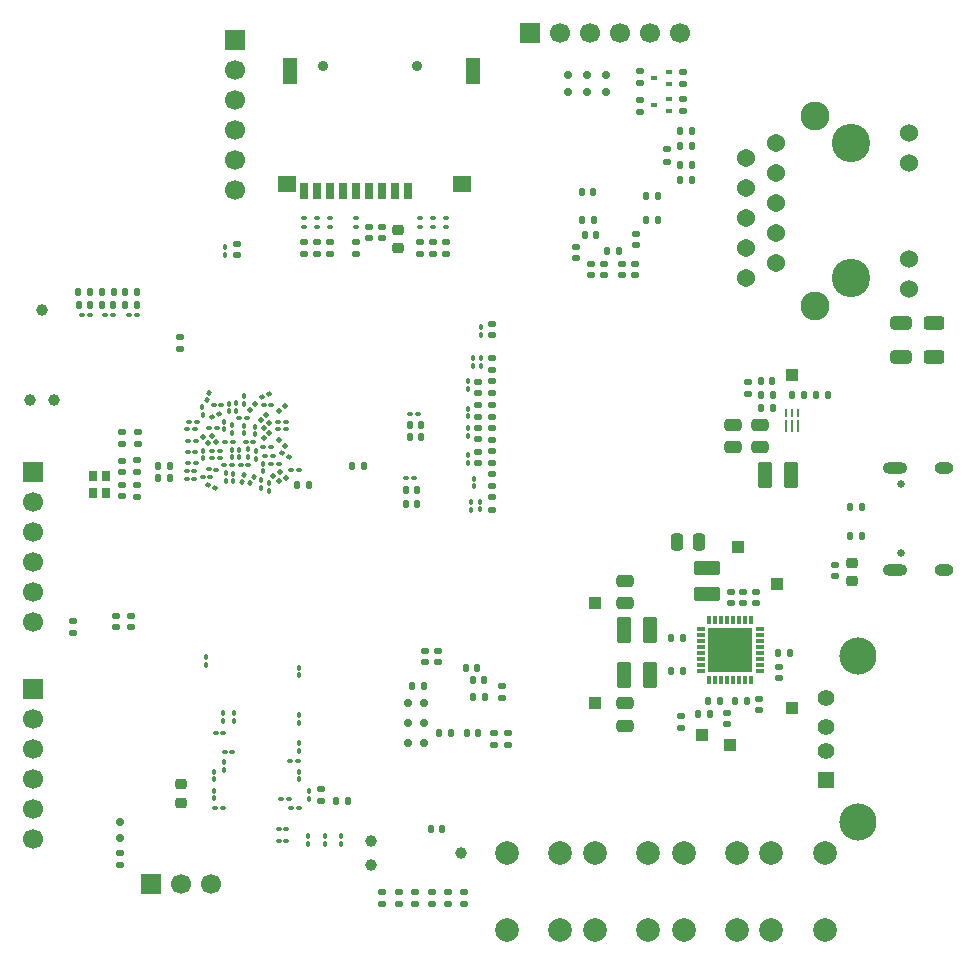
<source format=gbr>
%TF.GenerationSoftware,KiCad,Pcbnew,9.0.1*%
%TF.CreationDate,2026-01-05T16:28:52-05:00*%
%TF.ProjectId,Leonhart,4c656f6e-6861-4727-942e-6b696361645f,rev?*%
%TF.SameCoordinates,Original*%
%TF.FileFunction,Soldermask,Bot*%
%TF.FilePolarity,Negative*%
%FSLAX46Y46*%
G04 Gerber Fmt 4.6, Leading zero omitted, Abs format (unit mm)*
G04 Created by KiCad (PCBNEW 9.0.1) date 2026-01-05 16:28:52*
%MOMM*%
%LPD*%
G01*
G04 APERTURE LIST*
G04 Aperture macros list*
%AMRoundRect*
0 Rectangle with rounded corners*
0 $1 Rounding radius*
0 $2 $3 $4 $5 $6 $7 $8 $9 X,Y pos of 4 corners*
0 Add a 4 corners polygon primitive as box body*
4,1,4,$2,$3,$4,$5,$6,$7,$8,$9,$2,$3,0*
0 Add four circle primitives for the rounded corners*
1,1,$1+$1,$2,$3*
1,1,$1+$1,$4,$5*
1,1,$1+$1,$6,$7*
1,1,$1+$1,$8,$9*
0 Add four rect primitives between the rounded corners*
20,1,$1+$1,$2,$3,$4,$5,0*
20,1,$1+$1,$4,$5,$6,$7,0*
20,1,$1+$1,$6,$7,$8,$9,0*
20,1,$1+$1,$8,$9,$2,$3,0*%
G04 Aperture macros list end*
%ADD10C,0.650000*%
%ADD11O,2.100000X1.000000*%
%ADD12O,1.600000X1.000000*%
%ADD13R,1.400000X1.400000*%
%ADD14C,1.400000*%
%ADD15C,3.150000*%
%ADD16C,3.250000*%
%ADD17C,1.540000*%
%ADD18C,1.530000*%
%ADD19C,2.445000*%
%ADD20C,2.000000*%
%ADD21R,1.700000X1.700000*%
%ADD22C,1.700000*%
%ADD23C,0.990600*%
%ADD24RoundRect,0.135000X-0.185000X0.135000X-0.185000X-0.135000X0.185000X-0.135000X0.185000X0.135000X0*%
%ADD25RoundRect,0.150000X-0.200000X0.150000X-0.200000X-0.150000X0.200000X-0.150000X0.200000X0.150000X0*%
%ADD26RoundRect,0.140000X0.170000X-0.140000X0.170000X0.140000X-0.170000X0.140000X-0.170000X-0.140000X0*%
%ADD27RoundRect,0.100000X0.100000X-0.130000X0.100000X0.130000X-0.100000X0.130000X-0.100000X-0.130000X0*%
%ADD28RoundRect,0.135000X0.185000X-0.135000X0.185000X0.135000X-0.185000X0.135000X-0.185000X-0.135000X0*%
%ADD29RoundRect,0.140000X-0.170000X0.140000X-0.170000X-0.140000X0.170000X-0.140000X0.170000X0.140000X0*%
%ADD30RoundRect,0.140000X0.140000X0.170000X-0.140000X0.170000X-0.140000X-0.170000X0.140000X-0.170000X0*%
%ADD31RoundRect,0.100000X-0.100000X0.130000X-0.100000X-0.130000X0.100000X-0.130000X0.100000X0.130000X0*%
%ADD32R,1.000000X1.000000*%
%ADD33RoundRect,0.100000X-0.160082X-0.035690X0.075558X-0.145571X0.160082X0.035690X-0.075558X0.145571X0*%
%ADD34RoundRect,0.140000X-0.140000X-0.170000X0.140000X-0.170000X0.140000X0.170000X-0.140000X0.170000X0*%
%ADD35RoundRect,0.135000X-0.135000X-0.185000X0.135000X-0.185000X0.135000X0.185000X-0.135000X0.185000X0*%
%ADD36RoundRect,0.100000X0.130000X0.100000X-0.130000X0.100000X-0.130000X-0.100000X0.130000X-0.100000X0*%
%ADD37RoundRect,0.135000X0.135000X0.185000X-0.135000X0.185000X-0.135000X-0.185000X0.135000X-0.185000X0*%
%ADD38RoundRect,0.100000X-0.130000X-0.100000X0.130000X-0.100000X0.130000X0.100000X-0.130000X0.100000X0*%
%ADD39R,0.800000X0.900000*%
%ADD40RoundRect,0.100000X-0.021213X-0.162635X0.162635X0.021213X0.021213X0.162635X-0.162635X-0.021213X0*%
%ADD41RoundRect,0.100000X-0.162635X0.021213X0.021213X-0.162635X0.162635X-0.021213X-0.021213X0.162635X0*%
%ADD42R,0.300000X0.800000*%
%ADD43R,0.800000X0.300000*%
%ADD44R,3.800000X3.800000*%
%ADD45RoundRect,0.150000X0.150000X0.200000X-0.150000X0.200000X-0.150000X-0.200000X0.150000X-0.200000X0*%
%ADD46RoundRect,0.100000X0.121055X-0.110660X0.075907X0.145390X-0.121055X0.110660X-0.075907X-0.145390X0*%
%ADD47RoundRect,0.225000X-0.250000X0.225000X-0.250000X-0.225000X0.250000X-0.225000X0.250000X0.225000X0*%
%ADD48RoundRect,0.045000X-0.205000X0.105000X-0.205000X-0.105000X0.205000X-0.105000X0.205000X0.105000X0*%
%ADD49RoundRect,0.250000X0.250000X0.475000X-0.250000X0.475000X-0.250000X-0.475000X0.250000X-0.475000X0*%
%ADD50RoundRect,0.100000X0.138221X0.088289X-0.120790X0.110950X-0.138221X-0.088289X0.120790X-0.110950X0*%
%ADD51RoundRect,0.100000X-0.155000X-0.100000X0.155000X-0.100000X0.155000X0.100000X-0.155000X0.100000X0*%
%ADD52RoundRect,0.100000X-0.156480X0.049132X-0.007350X-0.163847X0.156480X-0.049132X0.007350X0.163847X0*%
%ADD53C,0.900000*%
%ADD54R,0.700000X1.400000*%
%ADD55R,1.600000X1.400000*%
%ADD56R,1.200000X2.200000*%
%ADD57RoundRect,0.250000X-0.625000X0.312500X-0.625000X-0.312500X0.625000X-0.312500X0.625000X0.312500X0*%
%ADD58RoundRect,0.250000X-0.650000X0.325000X-0.650000X-0.325000X0.650000X-0.325000X0.650000X0.325000X0*%
%ADD59RoundRect,0.250000X0.375000X0.850000X-0.375000X0.850000X-0.375000X-0.850000X0.375000X-0.850000X0*%
%ADD60RoundRect,0.250000X-0.475000X0.250000X-0.475000X-0.250000X0.475000X-0.250000X0.475000X0.250000X0*%
%ADD61RoundRect,0.100000X0.021603X-0.162583X0.151603X0.062583X-0.021603X0.162583X-0.151603X-0.062583X0*%
%ADD62RoundRect,0.062500X-0.062500X0.237500X-0.062500X-0.237500X0.062500X-0.237500X0.062500X0.237500X0*%
%ADD63RoundRect,0.050000X-0.050000X0.450000X-0.050000X-0.450000X0.050000X-0.450000X0.050000X0.450000X0*%
%ADD64RoundRect,0.100000X0.156480X-0.049132X0.007350X0.163847X-0.156480X0.049132X-0.007350X-0.163847X0*%
%ADD65RoundRect,0.225000X0.250000X-0.225000X0.250000X0.225000X-0.250000X0.225000X-0.250000X-0.225000X0*%
%ADD66RoundRect,0.100000X0.049507X-0.156362X0.138432X0.087958X-0.049507X0.156362X-0.138432X-0.087958X0*%
%ADD67RoundRect,0.250000X0.850000X-0.375000X0.850000X0.375000X-0.850000X0.375000X-0.850000X-0.375000X0*%
%ADD68RoundRect,0.100000X-0.087958X-0.138432X0.156362X-0.049507X0.087958X0.138432X-0.156362X0.049507X0*%
%ADD69RoundRect,0.100000X-0.075558X-0.145571X0.160082X-0.035690X0.075558X0.145571X-0.160082X0.035690X0*%
%ADD70RoundRect,0.250000X0.475000X-0.250000X0.475000X0.250000X-0.475000X0.250000X-0.475000X-0.250000X0*%
%ADD71RoundRect,0.100000X-0.049507X0.156362X-0.138432X-0.087958X0.049507X-0.156362X0.138432X0.087958X0*%
G04 APERTURE END LIST*
D10*
%TO.C,J6001*%
X200175000Y-129210000D03*
X200175000Y-123430000D03*
D11*
X199645000Y-130640000D03*
D12*
X203825000Y-130640000D03*
D11*
X199645000Y-122000000D03*
D12*
X203825000Y-122000000D03*
%TD*%
D13*
%TO.C,J6002*%
X193835000Y-148500000D03*
D14*
X193835000Y-146000000D03*
X193835000Y-144000000D03*
X193835000Y-141500000D03*
D15*
X196545000Y-152000000D03*
X196545000Y-138000000D03*
%TD*%
D16*
%TO.C,U5001*%
X195950000Y-94550000D03*
X195950000Y-105980000D03*
D17*
X187060000Y-105980000D03*
X189600000Y-104710000D03*
X187060000Y-103440000D03*
X189600000Y-102170000D03*
X187060000Y-100900000D03*
X189600000Y-99630000D03*
X187060000Y-98360000D03*
X189600000Y-97090000D03*
X187060000Y-95820000D03*
X189600000Y-94550000D03*
D18*
X200850000Y-93640000D03*
X200850000Y-96180000D03*
X200850000Y-104350000D03*
X200850000Y-106890000D03*
D19*
X192900000Y-92215000D03*
X192900000Y-108315000D03*
%TD*%
D20*
%TO.C,SW7001*%
X178780000Y-154675000D03*
X178780000Y-161175000D03*
X174280000Y-154675000D03*
X174280000Y-161175000D03*
%TD*%
%TO.C,SW7003*%
X186300000Y-154675000D03*
X186300000Y-161175000D03*
X181800000Y-154675000D03*
X181800000Y-161175000D03*
%TD*%
D21*
%TO.C,J2003*%
X143800000Y-85840000D03*
D22*
X143800000Y-88380000D03*
X143800000Y-90920000D03*
X143800000Y-93460000D03*
X143800000Y-96000000D03*
X143800000Y-98540000D03*
%TD*%
D21*
%TO.C,J1004*%
X126700000Y-122340000D03*
D22*
X126700000Y-124880000D03*
X126700000Y-127420000D03*
X126700000Y-129960000D03*
X126700000Y-132500000D03*
X126700000Y-135040000D03*
%TD*%
D20*
%TO.C,SW7002*%
X193698402Y-154675000D03*
X193698402Y-161175000D03*
X189198402Y-154675000D03*
X189198402Y-161175000D03*
%TD*%
D21*
%TO.C,J2002*%
X168740000Y-85200000D03*
D22*
X171280000Y-85200000D03*
X173820000Y-85200000D03*
X176360000Y-85200000D03*
X178900000Y-85200000D03*
X181440000Y-85200000D03*
%TD*%
D21*
%TO.C,J1003*%
X136680000Y-157290000D03*
D22*
X139220000Y-157290000D03*
X141760000Y-157290000D03*
%TD*%
D20*
%TO.C,SW7004*%
X171280000Y-154675000D03*
X171280000Y-161175000D03*
X166780000Y-154675000D03*
X166780000Y-161175000D03*
%TD*%
D23*
%TO.C,J2001*%
X127465000Y-108630000D03*
X128481000Y-116250000D03*
X126449000Y-116250000D03*
%TD*%
%TO.C,J1002*%
X162890000Y-154635000D03*
X155270000Y-155651000D03*
X155270000Y-153619000D03*
%TD*%
D21*
%TO.C,J1001*%
X126700000Y-140750000D03*
D22*
X126700000Y-143290000D03*
X126700000Y-145830000D03*
X126700000Y-148370000D03*
X126700000Y-150910000D03*
X126700000Y-153450000D03*
%TD*%
D24*
%TO.C,R1061*%
X159032000Y-157960000D03*
X159032000Y-158980000D03*
%TD*%
D25*
%TO.C,D1004*%
X134010000Y-153410000D03*
X134010000Y-152010000D03*
%TD*%
D26*
%TO.C,C3002*%
X185750000Y-133510000D03*
X185750000Y-132550000D03*
%TD*%
D27*
%TO.C,C3074*%
X142970000Y-104000000D03*
X142970001Y-103360000D03*
%TD*%
D24*
%TO.C,R1019*%
X139160000Y-110970000D03*
X139160000Y-111990000D03*
%TD*%
D28*
%TO.C,R6026*%
X159440000Y-103945000D03*
X159440000Y-102925000D03*
%TD*%
D29*
%TO.C,C3015*%
X185450000Y-142760000D03*
X185450000Y-143720000D03*
%TD*%
D28*
%TO.C,R3013*%
X187190625Y-115770000D03*
X187190625Y-114750000D03*
%TD*%
D30*
%TO.C,C3012*%
X184805000Y-141770000D03*
X183845000Y-141770000D03*
%TD*%
D31*
%TO.C,C3047*%
X146630000Y-123325000D03*
X146630000Y-123965000D03*
%TD*%
%TO.C,C4020*%
X152763492Y-153239984D03*
X152763492Y-153879984D03*
%TD*%
D26*
%TO.C,C3099*%
X164375000Y-121632200D03*
X164375000Y-120672200D03*
%TD*%
D30*
%TO.C,C6005*%
X162050000Y-144495000D03*
X161090000Y-144495000D03*
%TD*%
D27*
%TO.C,C3062*%
X164570000Y-110740000D03*
X164570000Y-110100000D03*
%TD*%
D32*
%TO.C,TP3006*%
X185663000Y-145473000D03*
%TD*%
D28*
%TO.C,FB3003*%
X165500000Y-119675000D03*
X165500000Y-118655000D03*
%TD*%
D33*
%TO.C,C3120*%
X141489981Y-123464760D03*
X142070019Y-123735237D03*
%TD*%
D34*
%TO.C,C5006*%
X181480000Y-93525000D03*
X182440000Y-93525000D03*
%TD*%
D27*
%TO.C,C4007*%
X149233492Y-143609984D03*
X149233492Y-142969984D03*
%TD*%
D30*
%TO.C,C3005*%
X181680000Y-136400000D03*
X180720000Y-136400000D03*
%TD*%
D27*
%TO.C,C3077*%
X143260000Y-117230000D03*
X143260000Y-116590000D03*
%TD*%
D28*
%TO.C,R1057*%
X157644000Y-158980000D03*
X157644000Y-157960000D03*
%TD*%
D34*
%TO.C,C5004*%
X181480000Y-96400000D03*
X182440000Y-96400000D03*
%TD*%
D31*
%TO.C,C3102*%
X163900000Y-112750000D03*
X163900000Y-113390000D03*
%TD*%
D35*
%TO.C,R3009*%
X137260000Y-122850000D03*
X138280000Y-122850000D03*
%TD*%
D36*
%TO.C,C4018*%
X148124492Y-152569984D03*
X147484492Y-152569984D03*
%TD*%
%TO.C,C3116*%
X140315000Y-122995000D03*
X139675000Y-122995000D03*
%TD*%
%TO.C,C3076*%
X140465000Y-119725000D03*
X139825000Y-119725000D03*
%TD*%
D28*
%TO.C,FB3006*%
X165500000Y-115730000D03*
X165500000Y-114710000D03*
%TD*%
D31*
%TO.C,C4021*%
X151383492Y-153234984D03*
X151383492Y-153874984D03*
%TD*%
D29*
%TO.C,C3014*%
X188175000Y-141600554D03*
X188175000Y-142560554D03*
%TD*%
D37*
%TO.C,R6016*%
X196860000Y-127790000D03*
X195840000Y-127790000D03*
%TD*%
D34*
%TO.C,C5005*%
X181480000Y-94800000D03*
X182440000Y-94800000D03*
%TD*%
D36*
%TO.C,C3031*%
X140315000Y-122270000D03*
X139675000Y-122270000D03*
%TD*%
D38*
%TO.C,C3038*%
X144675000Y-119834999D03*
X145315000Y-119834999D03*
%TD*%
%TO.C,C4013*%
X142118492Y-150869984D03*
X142758492Y-150869984D03*
%TD*%
D36*
%TO.C,C3070*%
X140440000Y-121645000D03*
X139800000Y-121645000D03*
%TD*%
D26*
%TO.C,C3013*%
X187900000Y-133505000D03*
X187900000Y-132545000D03*
%TD*%
D24*
%TO.C,R1053*%
X134220000Y-118990000D03*
X134220000Y-120010000D03*
%TD*%
D29*
%TO.C,C3082*%
X134980000Y-134535000D03*
X134980000Y-135495000D03*
%TD*%
D24*
%TO.C,FB3002*%
X165500000Y-124538400D03*
X165500000Y-125558400D03*
%TD*%
D30*
%TO.C,C5009*%
X179560000Y-101010000D03*
X178600000Y-101010000D03*
%TD*%
D32*
%TO.C,TP3007*%
X183319000Y-144674000D03*
%TD*%
D39*
%TO.C,X1002*%
X132840000Y-122760000D03*
X132840000Y-124160000D03*
X131740000Y-124160000D03*
X131740000Y-122760000D03*
%TD*%
D27*
%TO.C,C3054*%
X144900000Y-121115000D03*
X144900000Y-120475000D03*
%TD*%
D40*
%TO.C,C3107*%
X146230000Y-119535000D03*
X146682549Y-119082451D03*
%TD*%
D36*
%TO.C,C3065*%
X140400000Y-120665000D03*
X139760000Y-120665000D03*
%TD*%
D24*
%TO.C,R1059*%
X134010000Y-154670000D03*
X134010000Y-155690000D03*
%TD*%
D34*
%TO.C,C3033*%
X158240000Y-123930000D03*
X159200000Y-123930000D03*
%TD*%
%TO.C,C6003*%
X163430000Y-144485000D03*
X164390000Y-144485000D03*
%TD*%
D37*
%TO.C,R3014*%
X189300625Y-116960000D03*
X188280625Y-116960000D03*
%TD*%
D40*
%TO.C,C3069*%
X147518370Y-117215919D03*
X147970919Y-116763370D03*
%TD*%
D41*
%TO.C,C3039*%
X147029081Y-122713370D03*
X147481630Y-123165919D03*
%TD*%
D36*
%TO.C,C3060*%
X142220001Y-118615000D03*
X141579999Y-118615002D03*
%TD*%
D29*
%TO.C,C6014*%
X156230000Y-101600000D03*
X156230000Y-102560000D03*
%TD*%
D34*
%TO.C,C5008*%
X173160000Y-98660000D03*
X174120000Y-98660000D03*
%TD*%
D42*
%TO.C,U3001*%
X183950000Y-134950000D03*
X184450000Y-134950000D03*
X184950000Y-134950000D03*
X185450000Y-134950000D03*
X185950000Y-134950000D03*
X186450000Y-134950000D03*
X186950000Y-134950000D03*
X187450000Y-134950000D03*
D43*
X188200000Y-135700000D03*
X188200000Y-136200000D03*
X188200000Y-136700000D03*
X188200000Y-137200000D03*
X188200000Y-137700000D03*
X188200000Y-138200000D03*
X188200000Y-138700000D03*
X188200000Y-139200000D03*
D42*
X187450000Y-139950000D03*
X186950000Y-139950000D03*
X186450000Y-139950000D03*
X185950000Y-139950000D03*
X185450000Y-139950000D03*
X184950000Y-139950000D03*
X184450000Y-139950000D03*
X183950000Y-139950000D03*
D43*
X183200000Y-139200000D03*
X183200000Y-138700000D03*
X183200000Y-138200000D03*
X183200000Y-137700000D03*
X183200000Y-137200000D03*
X183200000Y-136700000D03*
X183200000Y-136200000D03*
X183200000Y-135700000D03*
D44*
X185700000Y-137450000D03*
%TD*%
D27*
%TO.C,C3027*%
X146000000Y-123695000D03*
X146000000Y-123055000D03*
%TD*%
D29*
%TO.C,C3096*%
X164375000Y-118650000D03*
X164375000Y-119610000D03*
%TD*%
D35*
%TO.C,FB3009*%
X132480000Y-107130000D03*
X133500000Y-107130000D03*
%TD*%
D28*
%TO.C,R6028*%
X151800000Y-103945000D03*
X151800000Y-102925000D03*
%TD*%
%TO.C,R6030*%
X149600000Y-103945000D03*
X149600000Y-102925000D03*
%TD*%
%TO.C,FB5001*%
X180375000Y-96095000D03*
X180375000Y-95075000D03*
%TD*%
D30*
%TO.C,C3114*%
X133470000Y-108200000D03*
X132510000Y-108200000D03*
%TD*%
D45*
%TO.C,D6003*%
X158410000Y-141925000D03*
X159810000Y-141925000D03*
%TD*%
D46*
%TO.C,C3028*%
X141086327Y-117538821D03*
X140975192Y-116908544D03*
%TD*%
D24*
%TO.C,FB3004*%
X165500000Y-120624200D03*
X165500000Y-121644200D03*
%TD*%
D29*
%TO.C,C3083*%
X133690000Y-134545000D03*
X133690000Y-135505000D03*
%TD*%
D27*
%TO.C,C3100*%
X163506600Y-121623400D03*
X163506600Y-120983400D03*
%TD*%
D28*
%TO.C,R6024*%
X161640000Y-103945000D03*
X161640000Y-102925000D03*
%TD*%
D29*
%TO.C,C5014*%
X177680000Y-104770000D03*
X177680000Y-105730000D03*
%TD*%
D27*
%TO.C,C3056*%
X144550000Y-119115000D03*
X144550000Y-118475000D03*
%TD*%
D25*
%TO.C,D5003*%
X173600000Y-90200000D03*
X173600000Y-88800000D03*
%TD*%
D36*
%TO.C,C3059*%
X142480000Y-120575000D03*
X141840000Y-120575000D03*
%TD*%
D37*
%TO.C,R6015*%
X154700000Y-121865000D03*
X153680000Y-121865000D03*
%TD*%
D27*
%TO.C,C3036*%
X143500000Y-121135000D03*
X143500000Y-120495000D03*
%TD*%
D38*
%TO.C,C3025*%
X147430000Y-118155000D03*
X148070000Y-118155000D03*
%TD*%
D29*
%TO.C,C6015*%
X155140000Y-101600000D03*
X155140000Y-102560000D03*
%TD*%
D34*
%TO.C,C5015*%
X173177000Y-101012000D03*
X174137000Y-101012000D03*
%TD*%
D27*
%TO.C,C3091*%
X163490400Y-117680000D03*
X163490400Y-117040000D03*
%TD*%
D28*
%TO.C,R6012*%
X165670000Y-145465000D03*
X165670000Y-144445000D03*
%TD*%
D31*
%TO.C,C3086*%
X142990000Y-122501000D03*
X142990000Y-123141000D03*
%TD*%
D47*
%TO.C,C6006*%
X196000000Y-130050000D03*
X196000000Y-131600000D03*
%TD*%
D26*
%TO.C,C6008*%
X160930000Y-138455000D03*
X160930000Y-137495000D03*
%TD*%
D34*
%TO.C,C3017*%
X189775000Y-137700000D03*
X190735000Y-137700000D03*
%TD*%
D27*
%TO.C,C3057*%
X143490000Y-119070000D03*
X143490000Y-118430000D03*
%TD*%
D48*
%TO.C,D6008*%
X159440000Y-101615000D03*
X159440000Y-100915000D03*
%TD*%
D24*
%TO.C,FB3001*%
X165500000Y-116670000D03*
X165500000Y-117690000D03*
%TD*%
D36*
%TO.C,C3115*%
X133410000Y-109110000D03*
X132770000Y-109110000D03*
%TD*%
D49*
%TO.C,C3003*%
X183100000Y-128300000D03*
X181200000Y-128300000D03*
%TD*%
D29*
%TO.C,C6007*%
X194550000Y-130220000D03*
X194550000Y-131180000D03*
%TD*%
D50*
%TO.C,C3075*%
X142185100Y-122177822D03*
X141547531Y-122122043D03*
%TD*%
D51*
%TO.C,Q5002*%
X180515000Y-88500000D03*
X180515000Y-89500000D03*
X179225000Y-89000000D03*
%TD*%
D27*
%TO.C,C3053*%
X144130000Y-121120000D03*
X144130000Y-120480000D03*
%TD*%
D38*
%TO.C,C3064*%
X147425000Y-118775000D03*
X148065000Y-118775000D03*
%TD*%
D29*
%TO.C,C5013*%
X176580000Y-104770000D03*
X176580000Y-105730000D03*
%TD*%
D34*
%TO.C,C5017*%
X173380000Y-102290000D03*
X174340000Y-102290000D03*
%TD*%
D27*
%TO.C,C4006*%
X149233492Y-139600000D03*
X149233492Y-138960000D03*
%TD*%
D29*
%TO.C,C5016*%
X172660000Y-103320000D03*
X172660000Y-104280000D03*
%TD*%
D26*
%TO.C,C3061*%
X165500000Y-110790000D03*
X165500000Y-109830000D03*
%TD*%
D36*
%TO.C,C3045*%
X142480000Y-121190000D03*
X141840000Y-121190000D03*
%TD*%
D30*
%TO.C,C1009*%
X161306000Y-152600000D03*
X160346000Y-152600000D03*
%TD*%
D29*
%TO.C,C3105*%
X164375000Y-114720000D03*
X164375000Y-115680000D03*
%TD*%
D48*
%TO.C,D6009*%
X154000000Y-101615000D03*
X154000000Y-100915000D03*
%TD*%
D27*
%TO.C,C3093*%
X164500000Y-125550000D03*
X164500000Y-124910000D03*
%TD*%
D36*
%TO.C,C3119*%
X147465000Y-121695000D03*
X146825000Y-121695000D03*
%TD*%
D27*
%TO.C,C4002*%
X150053492Y-150024984D03*
X150053492Y-149384984D03*
%TD*%
D40*
%TO.C,C3043*%
X146228370Y-118667323D03*
X146680917Y-118214776D03*
%TD*%
D27*
%TO.C,C4014*%
X142033492Y-149999984D03*
X142033492Y-149359984D03*
%TD*%
D47*
%TO.C,C6013*%
X157570000Y-101875000D03*
X157570000Y-103425000D03*
%TD*%
D34*
%TO.C,C3011*%
X186125000Y-141770000D03*
X187085000Y-141770000D03*
%TD*%
%TO.C,C5003*%
X181470000Y-97700000D03*
X182430000Y-97700000D03*
%TD*%
D27*
%TO.C,C4008*%
X149233492Y-145999984D03*
X149233492Y-145359984D03*
%TD*%
D29*
%TO.C,C3018*%
X189835000Y-138870000D03*
X189835000Y-139830000D03*
%TD*%
D28*
%TO.C,R1056*%
X161808000Y-158980000D03*
X161808000Y-157960000D03*
%TD*%
D37*
%TO.C,R6018*%
X150040000Y-123485000D03*
X149020000Y-123485000D03*
%TD*%
D52*
%TO.C,C3023*%
X141097413Y-119390263D03*
X141464503Y-119914521D03*
%TD*%
D37*
%TO.C,R3008*%
X138280000Y-121880000D03*
X137260000Y-121880000D03*
%TD*%
D27*
%TO.C,C3030*%
X141080000Y-121235000D03*
X141080000Y-120595001D03*
%TD*%
D28*
%TO.C,R3007*%
X181500000Y-144030000D03*
X181500000Y-143010000D03*
%TD*%
D36*
%TO.C,C3122*%
X140385000Y-118735000D03*
X139745000Y-118735000D03*
%TD*%
%TO.C,C4017*%
X143553492Y-146069984D03*
X142913492Y-146069984D03*
%TD*%
D53*
%TO.C,J6003*%
X151200000Y-88000000D03*
X159200000Y-88000000D03*
D54*
X158400000Y-98600000D03*
X157300000Y-98600000D03*
X156200000Y-98600000D03*
X155100000Y-98600000D03*
X154000000Y-98600000D03*
X152900000Y-98600000D03*
X151800000Y-98600000D03*
X150700000Y-98600000D03*
X149600000Y-98600000D03*
D55*
X148150000Y-98000000D03*
X163000000Y-98000000D03*
D56*
X148400000Y-88400000D03*
X163900000Y-88400000D03*
%TD*%
D28*
%TO.C,R6029*%
X150700000Y-103945000D03*
X150700000Y-102925000D03*
%TD*%
D31*
%TO.C,C3042*%
X143610000Y-122508000D03*
X143610000Y-123148000D03*
%TD*%
D36*
%TO.C,R4009*%
X148123492Y-153629984D03*
X147483492Y-153629984D03*
%TD*%
D24*
%TO.C,R1052*%
X135500000Y-121380000D03*
X135500000Y-122400000D03*
%TD*%
D36*
%TO.C,C3055*%
X144883000Y-121765000D03*
X144243000Y-121765000D03*
%TD*%
D48*
%TO.C,D6012*%
X149600000Y-101615000D03*
X149600000Y-100915000D03*
%TD*%
D31*
%TO.C,C3103*%
X164620000Y-112750000D03*
X164620000Y-113390000D03*
%TD*%
D26*
%TO.C,C6002*%
X166420000Y-141485000D03*
X166420000Y-140525000D03*
%TD*%
D57*
%TO.C,R5027*%
X203000000Y-109737500D03*
X203000000Y-112662500D03*
%TD*%
D27*
%TO.C,R4002*%
X142790000Y-143445000D03*
X142790000Y-142805000D03*
%TD*%
D48*
%TO.C,D6006*%
X161640000Y-101615000D03*
X161640000Y-100915000D03*
%TD*%
D32*
%TO.C,TP3001*%
X186387500Y-128700000D03*
%TD*%
D33*
%TO.C,C3078*%
X147731112Y-120813960D03*
X148311148Y-121084435D03*
%TD*%
D31*
%TO.C,C3095*%
X146140000Y-121685000D03*
X146140000Y-122325000D03*
%TD*%
D58*
%TO.C,C5021*%
X200175000Y-109725000D03*
X200175000Y-112675000D03*
%TD*%
D37*
%TO.C,R3012*%
X189300625Y-115825000D03*
X188280625Y-115825000D03*
%TD*%
D28*
%TO.C,R1055*%
X163196000Y-158980000D03*
X163196000Y-157960000D03*
%TD*%
D38*
%TO.C,C4009*%
X148473492Y-146879984D03*
X149113492Y-146879984D03*
%TD*%
D30*
%TO.C,C3108*%
X131490000Y-108200000D03*
X130530000Y-108200000D03*
%TD*%
D37*
%TO.C,R6017*%
X196860000Y-125370000D03*
X195840000Y-125370000D03*
%TD*%
D59*
%TO.C,L3002*%
X178875000Y-135794446D03*
X176725000Y-135794446D03*
%TD*%
D36*
%TO.C,C3109*%
X131500000Y-109090000D03*
X130860000Y-109090000D03*
%TD*%
D38*
%TO.C,C3124*%
X158630000Y-117480000D03*
X159270000Y-117480000D03*
%TD*%
D27*
%TO.C,C3037*%
X145520000Y-121250000D03*
X145520000Y-120610000D03*
%TD*%
D26*
%TO.C,C6009*%
X159860000Y-138455000D03*
X159860000Y-137495000D03*
%TD*%
%TO.C,C4001*%
X151063492Y-150219984D03*
X151063492Y-149259984D03*
%TD*%
D28*
%TO.C,R5031*%
X178025000Y-89460000D03*
X178025000Y-88440000D03*
%TD*%
D40*
%TO.C,C3026*%
X145007677Y-117107322D03*
X145460226Y-116654773D03*
%TD*%
D27*
%TO.C,C3094*%
X163725000Y-125557400D03*
X163725000Y-124917400D03*
%TD*%
D30*
%TO.C,C3111*%
X135450000Y-108200000D03*
X134490000Y-108200000D03*
%TD*%
D38*
%TO.C,C3034*%
X158280000Y-122920000D03*
X158920000Y-122920000D03*
%TD*%
%TO.C,C3058*%
X146175000Y-120265000D03*
X146815000Y-120265000D03*
%TD*%
D51*
%TO.C,Q5001*%
X180515000Y-90840000D03*
X180515000Y-91840000D03*
X179225000Y-91340000D03*
%TD*%
D60*
%TO.C,C3009*%
X176825000Y-141950000D03*
X176825000Y-143850000D03*
%TD*%
D27*
%TO.C,R4001*%
X143650000Y-143445000D03*
X143650000Y-142805000D03*
%TD*%
D32*
%TO.C,TP3003*%
X174225000Y-141925000D03*
%TD*%
D38*
%TO.C,C3110*%
X142880000Y-121815000D03*
X143520000Y-121815000D03*
%TD*%
D31*
%TO.C,C3097*%
X163475000Y-118695000D03*
X163475000Y-119335000D03*
%TD*%
D61*
%TO.C,C3063*%
X145032500Y-123333349D03*
X145352500Y-122779093D03*
%TD*%
D27*
%TO.C,C4003*%
X141353492Y-138709984D03*
X141353492Y-138069984D03*
%TD*%
D62*
%TO.C,U3002*%
X191416625Y-117402000D03*
X190916625Y-117402000D03*
X190416625Y-117402000D03*
D63*
X190416625Y-118502000D03*
X190916625Y-118502000D03*
X191416625Y-118502000D03*
%TD*%
D28*
%TO.C,R1054*%
X160420000Y-158980000D03*
X160420000Y-157960000D03*
%TD*%
D24*
%TO.C,R5028*%
X181725000Y-90825000D03*
X181725000Y-91845000D03*
%TD*%
D34*
%TO.C,C3051*%
X158570000Y-119430000D03*
X159530000Y-119430000D03*
%TD*%
D64*
%TO.C,C3041*%
X142189545Y-119854522D03*
X141822455Y-119330264D03*
%TD*%
D65*
%TO.C,C4005*%
X139209492Y-150379984D03*
X139209492Y-148829984D03*
%TD*%
D37*
%TO.C,FB4001*%
X153323492Y-150229984D03*
X152303492Y-150229984D03*
%TD*%
D31*
%TO.C,R4010*%
X149963492Y-153224984D03*
X149963492Y-153864984D03*
%TD*%
D41*
%TO.C,C3092*%
X147517678Y-119712677D03*
X147970227Y-120165226D03*
%TD*%
D35*
%TO.C,FB5002*%
X175270000Y-103650000D03*
X176290000Y-103650000D03*
%TD*%
D26*
%TO.C,C3010*%
X186800000Y-133500000D03*
X186800000Y-132540000D03*
%TD*%
D37*
%TO.C,R3011*%
X193970000Y-115820000D03*
X192950000Y-115820000D03*
%TD*%
D28*
%TO.C,R6027*%
X154000000Y-103945000D03*
X154000000Y-102925000D03*
%TD*%
D36*
%TO.C,C3123*%
X140520000Y-118115000D03*
X139880001Y-118115000D03*
%TD*%
D25*
%TO.C,D5002*%
X172000000Y-90200000D03*
X172000000Y-88800000D03*
%TD*%
D27*
%TO.C,C3117*%
X163975000Y-123600000D03*
X163975000Y-122960000D03*
%TD*%
D28*
%TO.C,R1018*%
X130050000Y-136050000D03*
X130050000Y-135030000D03*
%TD*%
D27*
%TO.C,C3104*%
X145440000Y-119185000D03*
X145440000Y-118545000D03*
%TD*%
D29*
%TO.C,C5012*%
X174980000Y-104770000D03*
X174980000Y-105730000D03*
%TD*%
D66*
%TO.C,C3066*%
X141380554Y-116270703D03*
X141599447Y-115669299D03*
%TD*%
D67*
%TO.C,L3001*%
X183700000Y-132700000D03*
X183700000Y-130550000D03*
%TD*%
D37*
%TO.C,R3010*%
X191950000Y-115825000D03*
X190930000Y-115825000D03*
%TD*%
D32*
%TO.C,TP3005*%
X190966000Y-142383000D03*
%TD*%
%TO.C,TP3002*%
X174250000Y-133475000D03*
%TD*%
D28*
%TO.C,R6019*%
X166900000Y-145460000D03*
X166900000Y-144440000D03*
%TD*%
D68*
%TO.C,C3024*%
X141858596Y-117713893D03*
X142460000Y-117495000D03*
%TD*%
D35*
%TO.C,FB3007*%
X130500000Y-107130000D03*
X131520000Y-107130000D03*
%TD*%
D27*
%TO.C,C3072*%
X144510000Y-116590000D03*
X144510000Y-115950000D03*
%TD*%
D30*
%TO.C,C6004*%
X164300000Y-138945000D03*
X163340000Y-138945000D03*
%TD*%
D37*
%TO.C,R6020*%
X164960000Y-141395000D03*
X163940000Y-141395000D03*
%TD*%
D45*
%TO.C,D6005*%
X158410000Y-145365000D03*
X159810000Y-145365000D03*
%TD*%
D31*
%TO.C,C4016*%
X142833492Y-146949984D03*
X142833492Y-147589984D03*
%TD*%
D27*
%TO.C,C3040*%
X142870000Y-118755000D03*
X142870000Y-118115000D03*
%TD*%
D69*
%TO.C,C3067*%
X146078850Y-116024922D03*
X146658888Y-115754445D03*
%TD*%
D30*
%TO.C,C5010*%
X179560000Y-99020000D03*
X178600000Y-99020000D03*
%TD*%
D26*
%TO.C,C3073*%
X143930000Y-104050000D03*
X143930000Y-103090000D03*
%TD*%
D59*
%TO.C,L3003*%
X178875000Y-139594446D03*
X176725000Y-139594446D03*
%TD*%
D36*
%TO.C,C3112*%
X135440000Y-109100000D03*
X134800000Y-109100000D03*
%TD*%
D30*
%TO.C,C3020*%
X189270625Y-114700000D03*
X188310625Y-114700000D03*
%TD*%
D70*
%TO.C,C3006*%
X176825000Y-133469446D03*
X176825000Y-131569446D03*
%TD*%
D45*
%TO.C,D6004*%
X158410000Y-143645000D03*
X159810000Y-143645000D03*
%TD*%
D71*
%TO.C,C3085*%
X144549446Y-122604299D03*
X144330553Y-123205703D03*
%TD*%
D41*
%TO.C,C3118*%
X147613726Y-122418726D03*
X148066275Y-122871275D03*
%TD*%
D28*
%TO.C,R1058*%
X156256000Y-158980000D03*
X156256000Y-157960000D03*
%TD*%
D26*
%TO.C,C3090*%
X164375000Y-117685000D03*
X164375000Y-116725000D03*
%TD*%
D24*
%TO.C,R5030*%
X181725000Y-88490000D03*
X181725000Y-89510000D03*
%TD*%
D34*
%TO.C,C3052*%
X158580000Y-118380000D03*
X159540000Y-118380000D03*
%TD*%
D38*
%TO.C,C3068*%
X146205000Y-116725000D03*
X146845000Y-116725000D03*
%TD*%
D36*
%TO.C,C4012*%
X149153492Y-150869984D03*
X148513492Y-150869984D03*
%TD*%
D48*
%TO.C,D6011*%
X150700000Y-101615000D03*
X150700000Y-100915000D03*
%TD*%
D27*
%TO.C,C4015*%
X142033492Y-148399984D03*
X142033492Y-147759984D03*
%TD*%
D29*
%TO.C,C1005*%
X134220000Y-123460000D03*
X134220000Y-124420000D03*
%TD*%
D31*
%TO.C,C3106*%
X163490400Y-114700000D03*
X163490400Y-115340000D03*
%TD*%
D38*
%TO.C,C3029*%
X141970000Y-116705000D03*
X142610000Y-116705000D03*
%TD*%
D32*
%TO.C,TP3004*%
X189630000Y-131882000D03*
%TD*%
D26*
%TO.C,C1006*%
X134220000Y-122370000D03*
X134220000Y-121410000D03*
%TD*%
D59*
%TO.C,L3004*%
X190840625Y-122660000D03*
X188690625Y-122660000D03*
%TD*%
D70*
%TO.C,C3022*%
X185914625Y-120300000D03*
X185914625Y-118400000D03*
%TD*%
D38*
%TO.C,C3101*%
X148520000Y-122225000D03*
X149160000Y-122225000D03*
%TD*%
%TO.C,C4004*%
X142135000Y-144450000D03*
X142775000Y-144450000D03*
%TD*%
D70*
%TO.C,C3021*%
X188230625Y-120300000D03*
X188230625Y-118400000D03*
%TD*%
D34*
%TO.C,C3032*%
X158240000Y-125050000D03*
X159200000Y-125050000D03*
%TD*%
D25*
%TO.C,D5001*%
X175200000Y-90200000D03*
X175200000Y-88800000D03*
%TD*%
D34*
%TO.C,C3016*%
X182995000Y-142840000D03*
X183955000Y-142840000D03*
%TD*%
D27*
%TO.C,C4010*%
X149223492Y-148389984D03*
X149223492Y-147749984D03*
%TD*%
%TO.C,C3071*%
X143890000Y-117175000D03*
X143890000Y-116535000D03*
%TD*%
D48*
%TO.C,D6010*%
X151800000Y-101615000D03*
X151800000Y-100915000D03*
%TD*%
%TO.C,D6007*%
X160540000Y-101615000D03*
X160540000Y-100915000D03*
%TD*%
D28*
%TO.C,FB3005*%
X165500000Y-113770000D03*
X165500000Y-112750000D03*
%TD*%
D38*
%TO.C,C3035*%
X144140000Y-117825000D03*
X144780000Y-117825000D03*
%TD*%
D32*
%TO.C,TP3008*%
X190938000Y-114152000D03*
%TD*%
D36*
%TO.C,C3098*%
X146995000Y-121035000D03*
X146355000Y-121035000D03*
%TD*%
D28*
%TO.C,R6025*%
X160540000Y-103945000D03*
X160540000Y-102925000D03*
%TD*%
D35*
%TO.C,R6013*%
X158790000Y-140525000D03*
X159810000Y-140525000D03*
%TD*%
D29*
%TO.C,C5011*%
X173880000Y-104770000D03*
X173880000Y-105730000D03*
%TD*%
D28*
%TO.C,R1047*%
X135500000Y-124470000D03*
X135500000Y-123450000D03*
%TD*%
D38*
%TO.C,C3044*%
X141039999Y-122770000D03*
X141680001Y-122770001D03*
%TD*%
D26*
%TO.C,C5007*%
X177720000Y-103160000D03*
X177720000Y-102200000D03*
%TD*%
D30*
%TO.C,C3008*%
X181675000Y-139200000D03*
X180715000Y-139200000D03*
%TD*%
D28*
%TO.C,R1045*%
X135530000Y-120010000D03*
X135530000Y-118990000D03*
%TD*%
D36*
%TO.C,C3113*%
X143601000Y-119822000D03*
X142961000Y-119822000D03*
%TD*%
D38*
%TO.C,C4011*%
X147693492Y-150079984D03*
X148333492Y-150079984D03*
%TD*%
D40*
%TO.C,C3046*%
X145988370Y-118015919D03*
X146440919Y-117563370D03*
%TD*%
D24*
%TO.C,FB3010*%
X165500000Y-122580000D03*
X165500000Y-123600000D03*
%TD*%
D35*
%TO.C,FB3008*%
X134460000Y-107130000D03*
X135480000Y-107130000D03*
%TD*%
D24*
%TO.C,R5029*%
X178025000Y-90880000D03*
X178025000Y-91900000D03*
%TD*%
D34*
%TO.C,C6001*%
X163910000Y-139965000D03*
X164870000Y-139965000D03*
%TD*%
M02*

</source>
